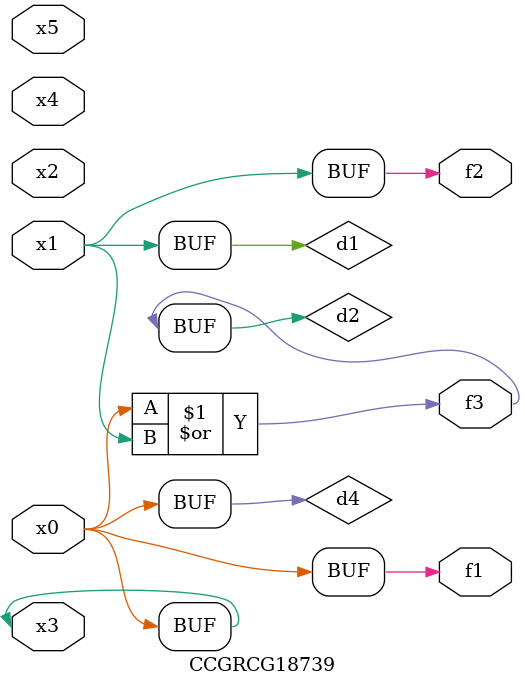
<source format=v>
module CCGRCG18739(
	input x0, x1, x2, x3, x4, x5,
	output f1, f2, f3
);

	wire d1, d2, d3, d4;

	and (d1, x1);
	or (d2, x0, x1);
	nand (d3, x0, x5);
	buf (d4, x0, x3);
	assign f1 = d4;
	assign f2 = d1;
	assign f3 = d2;
endmodule

</source>
